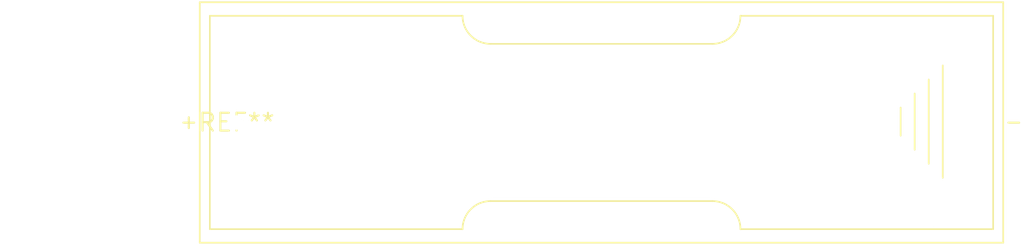
<source format=kicad_pcb>
(kicad_pcb (version 20240108) (generator pcbnew)
  (layers (0 "F.Cu" signal) (31 "B.Cu" signal) (34 "B.Paste" user) (35 "F.Paste" user) (36 "B.SilkS" user "B.Silkscreen") (37 "F.SilkS" user "F.Silkscreen") (38 "B.Mask" user) (39 "F.Mask" user) (44 "Edge.Cuts" user))
  (net 0 "")
  (footprint "BatteryHolder_Keystone_2460_1xAA" (layer "F.Cu") (at 0 0)
    (property "Reference" "REF**")
    (property "Value" "BatteryHolder_Keystone_2460_1xAA")
    (fp_line (start -2.62 -8.565) (end 54.62 -8.565) (layer "F.SilkS") (stroke (width 0.12)))
    (fp_line (start -2.62 8.565) (end -2.62 -8.565) (layer "F.SilkS") (stroke (width 0.12)))
    (fp_line (start -1.9 -7.6) (end -1.9 7.6) (layer "F.SilkS") (stroke (width 0.12)))
    (fp_line (start -1.9 -7.6) (end 16.1 -7.6) (layer "F.SilkS") (stroke (width 0.12)))
    (fp_line (start -1.9 7.6) (end 16.1 7.6) (layer "F.SilkS") (stroke (width 0.12)))
    (fp_line (start 18.1 -5.6) (end 33.9 -5.6) (layer "F.SilkS") (stroke (width 0.12)))
    (fp_line (start 33.9 5.6) (end 18.1 5.6) (layer "F.SilkS") (stroke (width 0.12)))
    (fp_line (start 35.9 -7.6) (end 53.9 -7.6) (layer "F.SilkS") (stroke (width 0.12)))
    (fp_line (start 35.9 7.6) (end 53.9 7.6) (layer "F.SilkS") (stroke (width 0.12)))
    (fp_line (start 47.31 -1.06) (end 47.31 0.94) (layer "F.SilkS") (stroke (width 0.12)))
    (fp_line (start 48.31 -2.06) (end 48.31 1.94) (layer "F.SilkS") (stroke (width 0.12)))
    (fp_line (start 49.31 2.94) (end 49.31 -3.06) (layer "F.SilkS") (stroke (width 0.12)))
    (fp_line (start 50.31 -4.06) (end 50.31 3.94) (layer "F.SilkS") (stroke (width 0.12)))
    (fp_line (start 53.9 -7.6) (end 53.9 7.6) (layer "F.SilkS") (stroke (width 0.12)))
    (fp_line (start 54.62 -8.565) (end 54.62 8.565) (layer "F.SilkS") (stroke (width 0.12)))
    (fp_line (start 54.62 8.565) (end -2.62 8.565) (layer "F.SilkS") (stroke (width 0.12)))
    (fp_arc (start 16.1 7.6) (mid 16.685786 6.185786) (end 18.1 5.6) (layer "F.SilkS") (stroke (width 0.12)))
    (fp_arc (start 18.1 -5.6) (mid 16.685786 -6.185786) (end 16.1 -7.6) (layer "F.SilkS") (stroke (width 0.12)))
    (fp_arc (start 33.9 5.6) (mid 35.314214 6.185786) (end 35.9 7.6) (layer "F.SilkS") (stroke (width 0.12)))
    (fp_arc (start 35.9 -7.6) (mid 35.314214 -6.185786) (end 33.9 -5.6) (layer "F.SilkS") (stroke (width 0.12)))
    (fp_text user "+" (at -3.4 -0.06 0) (layer "F.SilkS"))
    (fp_text user "-" (at 55.37 -0.06 0) (layer "F.SilkS"))
    (pad "" np_thru_hole circle (at 2.75 -5.995 90) (size 2.64 2.64) (drill 2.64) (layers *.Cu *.Mask))
    (pad "" np_thru_hole circle (at 49.23 5.995) (size 2.64 2.64) (drill 2.64) (layers *.Cu *.Mask))
    (pad "1" thru_hole rect (at 0 0 180) (size 2 2) (drill 1.02) (layers *.Cu *.Mask) (remove_unused_layers))
    (pad "2" thru_hole circle (at 51.99 0 180) (size 2 2) (drill 1.02) (layers *.Cu *.Mask) (remove_unused_layers))
  )
)
</source>
